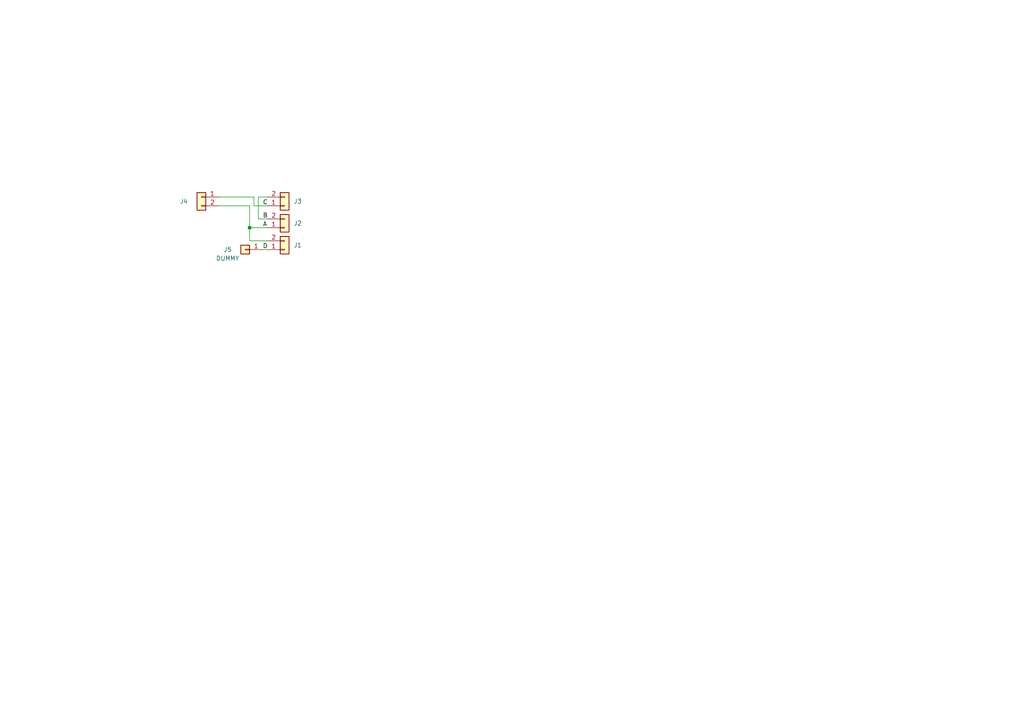
<source format=kicad_sch>
(kicad_sch (version 20220404) (generator eeschema)

  (uuid cba8ab87-9ec5-427f-9ee1-b115ba7b0bb4)

  (paper "A4")

  (lib_symbols
    (symbol "Connector_Generic:Conn_01x01" (pin_names (offset 1.016) hide) (in_bom yes) (on_board yes)
      (property "Reference" "J" (id 0) (at 0 2.54 0)
        (effects (font (size 1.27 1.27)))
      )
      (property "Value" "Conn_01x01" (id 1) (at 0 -2.54 0)
        (effects (font (size 1.27 1.27)))
      )
      (property "Footprint" "" (id 2) (at 0 0 0)
        (effects (font (size 1.27 1.27)) hide)
      )
      (property "Datasheet" "~" (id 3) (at 0 0 0)
        (effects (font (size 1.27 1.27)) hide)
      )
      (property "ki_keywords" "connector" (id 4) (at 0 0 0)
        (effects (font (size 1.27 1.27)) hide)
      )
      (property "ki_description" "Generic connector, single row, 01x01, script generated (kicad-library-utils/schlib/autogen/connector/)" (id 5) (at 0 0 0)
        (effects (font (size 1.27 1.27)) hide)
      )
      (property "ki_fp_filters" "Connector*:*_1x??_*" (id 6) (at 0 0 0)
        (effects (font (size 1.27 1.27)) hide)
      )
      (symbol "Conn_01x01_1_1"
        (rectangle (start -1.27 0.127) (end 0 -0.127)
          (stroke (width 0.1524) (type default))
          (fill (type none))
        )
        (rectangle (start -1.27 1.27) (end 1.27 -1.27)
          (stroke (width 0.254) (type default))
          (fill (type background))
        )
        (pin passive line (at -5.08 0 0) (length 3.81)
          (name "Pin_1" (effects (font (size 1.27 1.27))))
          (number "1" (effects (font (size 1.27 1.27))))
        )
      )
    )
    (symbol "Connector_Generic:Conn_01x02" (pin_names (offset 1.016) hide) (in_bom yes) (on_board yes)
      (property "Reference" "J" (id 0) (at 0 2.54 0)
        (effects (font (size 1.27 1.27)))
      )
      (property "Value" "Conn_01x02" (id 1) (at 0 -5.08 0)
        (effects (font (size 1.27 1.27)))
      )
      (property "Footprint" "" (id 2) (at 0 0 0)
        (effects (font (size 1.27 1.27)) hide)
      )
      (property "Datasheet" "~" (id 3) (at 0 0 0)
        (effects (font (size 1.27 1.27)) hide)
      )
      (property "ki_keywords" "connector" (id 4) (at 0 0 0)
        (effects (font (size 1.27 1.27)) hide)
      )
      (property "ki_description" "Generic connector, single row, 01x02, script generated (kicad-library-utils/schlib/autogen/connector/)" (id 5) (at 0 0 0)
        (effects (font (size 1.27 1.27)) hide)
      )
      (property "ki_fp_filters" "Connector*:*_1x??_*" (id 6) (at 0 0 0)
        (effects (font (size 1.27 1.27)) hide)
      )
      (symbol "Conn_01x02_1_1"
        (rectangle (start -1.27 -2.413) (end 0 -2.667)
          (stroke (width 0.1524) (type default))
          (fill (type none))
        )
        (rectangle (start -1.27 0.127) (end 0 -0.127)
          (stroke (width 0.1524) (type default))
          (fill (type none))
        )
        (rectangle (start -1.27 1.27) (end 1.27 -3.81)
          (stroke (width 0.254) (type default))
          (fill (type background))
        )
        (pin passive line (at -5.08 0 0) (length 3.81)
          (name "Pin_1" (effects (font (size 1.27 1.27))))
          (number "1" (effects (font (size 1.27 1.27))))
        )
        (pin passive line (at -5.08 -2.54 0) (length 3.81)
          (name "Pin_2" (effects (font (size 1.27 1.27))))
          (number "2" (effects (font (size 1.27 1.27))))
        )
      )
    )
  )

  (junction (at 72.39 66.04) (diameter 0) (color 0 0 0 0)
    (uuid 2fba87ca-21bc-4cdb-b034-fa312ba78b4c)
  )

  (wire (pts (xy 73.66 57.15) (xy 63.5 57.15))
    (stroke (width 0) (type default))
    (uuid 0394df9e-87bb-4cb9-ada5-04cbbf16dd0a)
  )
  (wire (pts (xy 76.2 72.39) (xy 77.47 72.39))
    (stroke (width 0) (type default))
    (uuid 152f388c-77d8-40cf-88a7-9358dd66122c)
  )
  (wire (pts (xy 73.66 59.69) (xy 73.66 57.15))
    (stroke (width 0) (type default))
    (uuid 327fb3fe-3d04-4009-8dd1-674f22df5ed2)
  )
  (wire (pts (xy 63.5 59.69) (xy 72.39 59.69))
    (stroke (width 0) (type default))
    (uuid 49f50d8c-4842-42b8-8e60-85122208a2eb)
  )
  (wire (pts (xy 72.39 69.85) (xy 77.47 69.85))
    (stroke (width 0) (type default))
    (uuid 64be8793-d195-480c-8f98-e62cb06eebad)
  )
  (wire (pts (xy 77.47 63.5) (xy 74.93 63.5))
    (stroke (width 0) (type default))
    (uuid 7ae6f05e-d9ce-44fc-b805-b02abf692f0a)
  )
  (wire (pts (xy 74.93 63.5) (xy 74.93 57.15))
    (stroke (width 0) (type default))
    (uuid 8f676b1c-d95d-4ccb-8825-876158c90d66)
  )
  (wire (pts (xy 77.47 59.69) (xy 73.66 59.69))
    (stroke (width 0) (type default))
    (uuid 9e4718fe-b65a-4ea1-bcb0-236b177ab842)
  )
  (wire (pts (xy 74.93 57.15) (xy 77.47 57.15))
    (stroke (width 0) (type default))
    (uuid a33f5e2c-ffe3-41bd-93f0-22c7a7a6db13)
  )
  (wire (pts (xy 77.47 66.04) (xy 72.39 66.04))
    (stroke (width 0) (type default))
    (uuid b5af4ea1-9604-4917-aec3-93a3ba6ba950)
  )
  (wire (pts (xy 72.39 59.69) (xy 72.39 66.04))
    (stroke (width 0) (type default))
    (uuid cd9b4ab5-84f7-4db3-9bda-deb749b394d3)
  )
  (wire (pts (xy 72.39 66.04) (xy 72.39 69.85))
    (stroke (width 0) (type default))
    (uuid e7f35699-dd76-4045-b1a8-729fd754e55b)
  )

  (label "C" (at 76.2 59.69 0)
    (effects (font (size 1.27 1.27)) (justify left bottom))
    (uuid 2bfda7cd-7448-48b4-90e9-5b60e24b05c8)
  )
  (label "A" (at 76.2 66.04 0)
    (effects (font (size 1.27 1.27)) (justify left bottom))
    (uuid 6e908b4b-05ed-4233-90d6-272e2548ccae)
  )
  (label "D" (at 76.2 72.39 0)
    (effects (font (size 1.27 1.27)) (justify left bottom))
    (uuid b9f28db7-5904-43d6-af73-82ed344f68d1)
  )
  (label "B" (at 76.2 63.5 0)
    (effects (font (size 1.27 1.27)) (justify left bottom))
    (uuid e0d2da1e-e31e-4842-bf69-f6df8d62c373)
  )

  (symbol (lib_id "Connector_Generic:Conn_01x02") (at 82.55 59.69 0) (mirror x) (unit 1)
    (in_bom yes) (on_board yes)
    (uuid 00000000-0000-0000-0000-00005c19123a)
    (default_instance (reference "U") (unit 1) (value "") (footprint ""))
    (property "Reference" "U" (id 0) (at 86.36 58.42 0)
      (effects (font (size 1.27 1.27)))
    )
    (property "Value" "" (id 1) (at 80.4926 53.7464 0)
      (effects (font (size 1.27 1.27)) hide)
    )
    (property "Footprint" "" (id 2) (at 82.55 59.69 0)
      (effects (font (size 1.27 1.27)) hide)
    )
    (property "Datasheet" "~" (id 3) (at 82.55 59.69 0)
      (effects (font (size 1.27 1.27)) hide)
    )
    (pin "1" (uuid 776d66fe-c9ad-44b4-b108-b2471269a326))
    (pin "2" (uuid 0722e6cc-90a6-492d-927d-3c6e2d020309))
  )

  (symbol (lib_id "Connector_Generic:Conn_01x02") (at 82.55 66.04 0) (mirror x) (unit 1)
    (in_bom yes) (on_board yes)
    (uuid 00000000-0000-0000-0000-00005c191348)
    (default_instance (reference "U") (unit 1) (value "") (footprint ""))
    (property "Reference" "U" (id 0) (at 86.36 64.77 0)
      (effects (font (size 1.27 1.27)))
    )
    (property "Value" "" (id 1) (at 80.4926 60.1218 0)
      (effects (font (size 1.27 1.27)) hide)
    )
    (property "Footprint" "" (id 2) (at 82.55 66.04 0)
      (effects (font (size 1.27 1.27)) hide)
    )
    (property "Datasheet" "~" (id 3) (at 82.55 66.04 0)
      (effects (font (size 1.27 1.27)) hide)
    )
    (pin "1" (uuid 7561e722-7816-40dd-8826-b3e746ce798e))
    (pin "2" (uuid 4ccea6e4-347a-4ead-9086-fff9a87d2467))
  )

  (symbol (lib_id "Connector_Generic:Conn_01x02") (at 82.55 72.39 0) (mirror x) (unit 1)
    (in_bom yes) (on_board yes)
    (uuid 00000000-0000-0000-0000-00005c1913c4)
    (default_instance (reference "U") (unit 1) (value "") (footprint ""))
    (property "Reference" "U" (id 0) (at 86.36 71.12 0)
      (effects (font (size 1.27 1.27)))
    )
    (property "Value" "" (id 1) (at 80.4926 66.4464 0)
      (effects (font (size 1.27 1.27)) hide)
    )
    (property "Footprint" "" (id 2) (at 82.55 72.39 0)
      (effects (font (size 1.27 1.27)) hide)
    )
    (property "Datasheet" "~" (id 3) (at 82.55 72.39 0)
      (effects (font (size 1.27 1.27)) hide)
    )
    (pin "1" (uuid 37052942-e2fa-47c6-9e2e-fbd664dd55be))
    (pin "2" (uuid 44cf36f1-2879-44b5-83e2-f3ca9aadfbe2))
  )

  (symbol (lib_id "Connector_Generic:Conn_01x02") (at 58.42 57.15 0) (mirror y) (unit 1)
    (in_bom yes) (on_board yes)
    (uuid 00000000-0000-0000-0000-00005c19144f)
    (default_instance (reference "U") (unit 1) (value "") (footprint ""))
    (property "Reference" "U" (id 0) (at 53.34 58.42 0)
      (effects (font (size 1.27 1.27)))
    )
    (property "Value" "" (id 1) (at 60.452 53.9496 0)
      (effects (font (size 1.27 1.27)) hide)
    )
    (property "Footprint" "" (id 2) (at 58.42 57.15 0)
      (effects (font (size 1.27 1.27)) hide)
    )
    (property "Datasheet" "~" (id 3) (at 58.42 57.15 0)
      (effects (font (size 1.27 1.27)) hide)
    )
    (pin "1" (uuid 71de2f81-bffb-4e6a-b765-c54afa89417b))
    (pin "2" (uuid 8512bdf2-fed2-4d11-8782-49804911f38f))
  )

  (symbol (lib_id "Connector_Generic:Conn_01x01") (at 71.12 72.39 180) (unit 1)
    (in_bom yes) (on_board yes)
    (uuid 00000000-0000-0000-0000-00005c1956f0)
    (default_instance (reference "U") (unit 1) (value "") (footprint ""))
    (property "Reference" "U" (id 0) (at 66.04 72.39 0)
      (effects (font (size 1.27 1.27)))
    )
    (property "Value" "" (id 1) (at 66.04 74.93 0)
      (effects (font (size 1.27 1.27)))
    )
    (property "Footprint" "" (id 2) (at 71.12 72.39 0)
      (effects (font (size 1.27 1.27)) hide)
    )
    (property "Datasheet" "~" (id 3) (at 71.12 72.39 0)
      (effects (font (size 1.27 1.27)) hide)
    )
    (pin "1" (uuid 8de24305-0a7b-45f3-91da-8bc9593c5d65))
  )

  (sheet_instances
    (path "/" (page "1"))
  )

  (symbol_instances
    (path "/00000000-0000-0000-0000-00005c1913c4"
      (reference "J1") (unit 1) (value "Conn_01x02") (footprint "")
    )
    (path "/00000000-0000-0000-0000-00005c191348"
      (reference "J2") (unit 1) (value "Conn_01x02") (footprint "")
    )
    (path "/00000000-0000-0000-0000-00005c19123a"
      (reference "J3") (unit 1) (value "Conn_01x02") (footprint "")
    )
    (path "/00000000-0000-0000-0000-00005c19144f"
      (reference "J4") (unit 1) (value "Conn_01x02") (footprint "")
    )
    (path "/00000000-0000-0000-0000-00005c1956f0"
      (reference "J5") (unit 1) (value "DUMMY") (footprint "")
    )
  )
)

</source>
